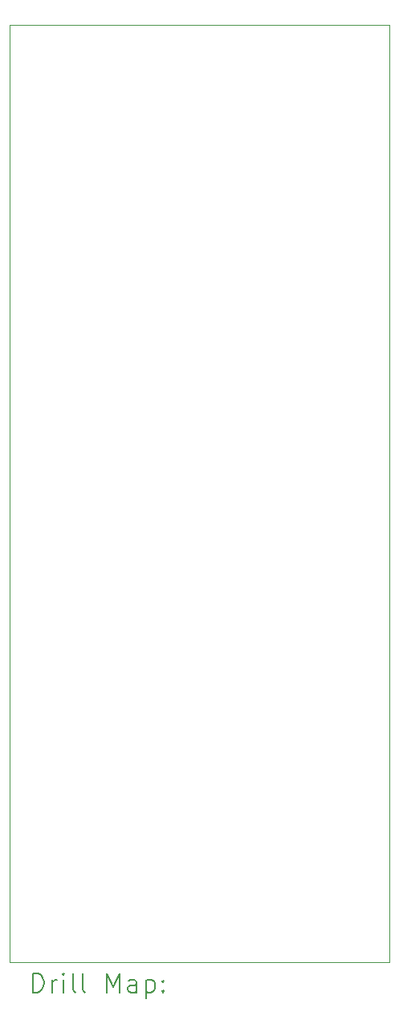
<source format=gbr>
%TF.GenerationSoftware,KiCad,Pcbnew,7.0.2-0*%
%TF.CreationDate,2023-10-25T22:44:16+02:00*%
%TF.ProjectId,3340_vco,33333430-5f76-4636-9f2e-6b696361645f,rev?*%
%TF.SameCoordinates,Original*%
%TF.FileFunction,Drillmap*%
%TF.FilePolarity,Positive*%
%FSLAX45Y45*%
G04 Gerber Fmt 4.5, Leading zero omitted, Abs format (unit mm)*
G04 Created by KiCad (PCBNEW 7.0.2-0) date 2023-10-25 22:44:16*
%MOMM*%
%LPD*%
G01*
G04 APERTURE LIST*
%ADD10C,0.100000*%
%ADD11C,0.200000*%
G04 APERTURE END LIST*
D10*
X20320000Y-2540000D02*
X20320000Y-12420600D01*
X24320000Y-2540000D02*
X24320000Y-12420600D01*
X20320000Y-12420600D02*
X24320000Y-12420600D01*
X20320000Y-2540000D02*
X24320000Y-2540000D01*
D11*
X20562619Y-12738124D02*
X20562619Y-12538124D01*
X20562619Y-12538124D02*
X20610238Y-12538124D01*
X20610238Y-12538124D02*
X20638810Y-12547648D01*
X20638810Y-12547648D02*
X20657857Y-12566695D01*
X20657857Y-12566695D02*
X20667381Y-12585743D01*
X20667381Y-12585743D02*
X20676905Y-12623838D01*
X20676905Y-12623838D02*
X20676905Y-12652409D01*
X20676905Y-12652409D02*
X20667381Y-12690505D01*
X20667381Y-12690505D02*
X20657857Y-12709552D01*
X20657857Y-12709552D02*
X20638810Y-12728600D01*
X20638810Y-12728600D02*
X20610238Y-12738124D01*
X20610238Y-12738124D02*
X20562619Y-12738124D01*
X20762619Y-12738124D02*
X20762619Y-12604790D01*
X20762619Y-12642886D02*
X20772143Y-12623838D01*
X20772143Y-12623838D02*
X20781667Y-12614314D01*
X20781667Y-12614314D02*
X20800714Y-12604790D01*
X20800714Y-12604790D02*
X20819762Y-12604790D01*
X20886429Y-12738124D02*
X20886429Y-12604790D01*
X20886429Y-12538124D02*
X20876905Y-12547648D01*
X20876905Y-12547648D02*
X20886429Y-12557171D01*
X20886429Y-12557171D02*
X20895952Y-12547648D01*
X20895952Y-12547648D02*
X20886429Y-12538124D01*
X20886429Y-12538124D02*
X20886429Y-12557171D01*
X21010238Y-12738124D02*
X20991190Y-12728600D01*
X20991190Y-12728600D02*
X20981667Y-12709552D01*
X20981667Y-12709552D02*
X20981667Y-12538124D01*
X21115000Y-12738124D02*
X21095952Y-12728600D01*
X21095952Y-12728600D02*
X21086429Y-12709552D01*
X21086429Y-12709552D02*
X21086429Y-12538124D01*
X21343571Y-12738124D02*
X21343571Y-12538124D01*
X21343571Y-12538124D02*
X21410238Y-12680981D01*
X21410238Y-12680981D02*
X21476905Y-12538124D01*
X21476905Y-12538124D02*
X21476905Y-12738124D01*
X21657857Y-12738124D02*
X21657857Y-12633362D01*
X21657857Y-12633362D02*
X21648333Y-12614314D01*
X21648333Y-12614314D02*
X21629286Y-12604790D01*
X21629286Y-12604790D02*
X21591190Y-12604790D01*
X21591190Y-12604790D02*
X21572143Y-12614314D01*
X21657857Y-12728600D02*
X21638810Y-12738124D01*
X21638810Y-12738124D02*
X21591190Y-12738124D01*
X21591190Y-12738124D02*
X21572143Y-12728600D01*
X21572143Y-12728600D02*
X21562619Y-12709552D01*
X21562619Y-12709552D02*
X21562619Y-12690505D01*
X21562619Y-12690505D02*
X21572143Y-12671457D01*
X21572143Y-12671457D02*
X21591190Y-12661933D01*
X21591190Y-12661933D02*
X21638810Y-12661933D01*
X21638810Y-12661933D02*
X21657857Y-12652409D01*
X21753095Y-12604790D02*
X21753095Y-12804790D01*
X21753095Y-12614314D02*
X21772143Y-12604790D01*
X21772143Y-12604790D02*
X21810238Y-12604790D01*
X21810238Y-12604790D02*
X21829286Y-12614314D01*
X21829286Y-12614314D02*
X21838810Y-12623838D01*
X21838810Y-12623838D02*
X21848333Y-12642886D01*
X21848333Y-12642886D02*
X21848333Y-12700028D01*
X21848333Y-12700028D02*
X21838810Y-12719076D01*
X21838810Y-12719076D02*
X21829286Y-12728600D01*
X21829286Y-12728600D02*
X21810238Y-12738124D01*
X21810238Y-12738124D02*
X21772143Y-12738124D01*
X21772143Y-12738124D02*
X21753095Y-12728600D01*
X21934048Y-12719076D02*
X21943571Y-12728600D01*
X21943571Y-12728600D02*
X21934048Y-12738124D01*
X21934048Y-12738124D02*
X21924524Y-12728600D01*
X21924524Y-12728600D02*
X21934048Y-12719076D01*
X21934048Y-12719076D02*
X21934048Y-12738124D01*
X21934048Y-12614314D02*
X21943571Y-12623838D01*
X21943571Y-12623838D02*
X21934048Y-12633362D01*
X21934048Y-12633362D02*
X21924524Y-12623838D01*
X21924524Y-12623838D02*
X21934048Y-12614314D01*
X21934048Y-12614314D02*
X21934048Y-12633362D01*
M02*

</source>
